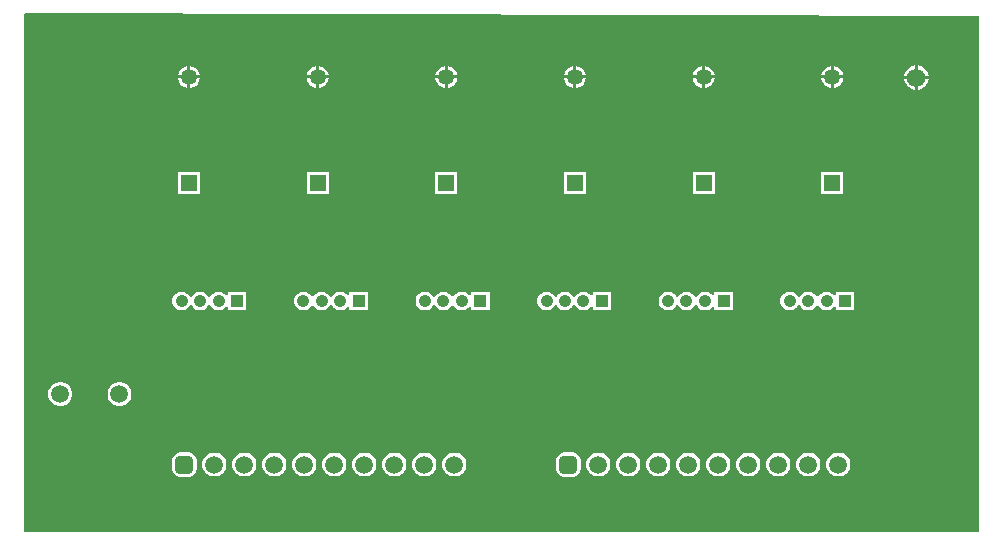
<source format=gbl>
G04*
G04 #@! TF.GenerationSoftware,Altium Limited,Altium Designer,23.10.1 (27)*
G04*
G04 Layer_Physical_Order=2*
G04 Layer_Color=16711680*
%FSLAX44Y44*%
%MOMM*%
G71*
G04*
G04 #@! TF.SameCoordinates,EF3A79F6-4BF0-4314-9102-79B481C5C986*
G04*
G04*
G04 #@! TF.FilePolarity,Positive*
G04*
G01*
G75*
%ADD18C,1.5700*%
%ADD22C,1.0700*%
%ADD23R,1.0700X1.0700*%
%ADD24C,1.5200*%
G04:AMPARAMS|DCode=25|XSize=1.52mm|YSize=1.52mm|CornerRadius=0.38mm|HoleSize=0mm|Usage=FLASHONLY|Rotation=0.000|XOffset=0mm|YOffset=0mm|HoleType=Round|Shape=RoundedRectangle|*
%AMROUNDEDRECTD25*
21,1,1.5200,0.7600,0,0,0.0*
21,1,0.7600,1.5200,0,0,0.0*
1,1,0.7600,0.3800,-0.3800*
1,1,0.7600,-0.3800,-0.3800*
1,1,0.7600,-0.3800,0.3800*
1,1,0.7600,0.3800,0.3800*
%
%ADD25ROUNDEDRECTD25*%
%ADD26R,1.3500X1.3500*%
%ADD27C,1.3500*%
%ADD28C,1.5080*%
G36*
X1419860Y909320D02*
Y472440D01*
X610870D01*
Y910960D01*
X611769Y911857D01*
X1419860Y909320D01*
D02*
G37*
%LPC*%
G36*
X1296670Y867077D02*
Y859070D01*
X1304677D01*
X1304057Y861386D01*
X1302834Y863504D01*
X1301104Y865234D01*
X1298986Y866457D01*
X1296670Y867077D01*
D02*
G37*
G36*
X1187704D02*
Y859070D01*
X1195711D01*
X1195091Y861386D01*
X1193868Y863504D01*
X1192138Y865234D01*
X1190020Y866457D01*
X1187704Y867077D01*
D02*
G37*
G36*
X1078738D02*
Y859070D01*
X1086745D01*
X1086125Y861386D01*
X1084902Y863504D01*
X1083172Y865234D01*
X1081054Y866457D01*
X1078738Y867077D01*
D02*
G37*
G36*
X969772D02*
Y859070D01*
X977779D01*
X977159Y861386D01*
X975936Y863504D01*
X974206Y865234D01*
X972088Y866457D01*
X969772Y867077D01*
D02*
G37*
G36*
X860806D02*
Y859070D01*
X868813D01*
X868193Y861386D01*
X866970Y863504D01*
X865240Y865234D01*
X863122Y866457D01*
X860806Y867077D01*
D02*
G37*
G36*
X751840D02*
Y859070D01*
X759847D01*
X759227Y861386D01*
X758004Y863504D01*
X756274Y865234D01*
X754156Y866457D01*
X751840Y867077D01*
D02*
G37*
G36*
X1294130Y867077D02*
X1291814Y866457D01*
X1289696Y865234D01*
X1287966Y863504D01*
X1286743Y861386D01*
X1286123Y859070D01*
X1294130D01*
Y867077D01*
D02*
G37*
G36*
X1076198D02*
X1073882Y866457D01*
X1071764Y865234D01*
X1070034Y863504D01*
X1068811Y861386D01*
X1068191Y859070D01*
X1076198D01*
Y867077D01*
D02*
G37*
G36*
X967232D02*
X964916Y866457D01*
X962798Y865234D01*
X961068Y863504D01*
X959845Y861386D01*
X959225Y859070D01*
X967232D01*
Y867077D01*
D02*
G37*
G36*
X858266D02*
X855950Y866457D01*
X853832Y865234D01*
X852102Y863504D01*
X850879Y861386D01*
X850259Y859070D01*
X858266D01*
Y867077D01*
D02*
G37*
G36*
X1185164D02*
X1182848Y866457D01*
X1180730Y865234D01*
X1179000Y863504D01*
X1177777Y861386D01*
X1177157Y859070D01*
X1185164D01*
Y867077D01*
D02*
G37*
G36*
X749300D02*
X746984Y866457D01*
X744866Y865234D01*
X743136Y863504D01*
X741913Y861386D01*
X741293Y859070D01*
X749300D01*
Y867077D01*
D02*
G37*
G36*
X1367888Y867640D02*
X1367790D01*
Y858520D01*
X1376910D01*
Y858618D01*
X1376202Y861260D01*
X1374834Y863630D01*
X1372900Y865564D01*
X1370530Y866932D01*
X1367888Y867640D01*
D02*
G37*
G36*
X1365250D02*
X1365152D01*
X1362510Y866932D01*
X1360140Y865564D01*
X1358206Y863630D01*
X1356838Y861260D01*
X1356130Y858618D01*
Y858520D01*
X1365250D01*
Y867640D01*
D02*
G37*
G36*
X1195711Y856530D02*
X1187704D01*
Y848523D01*
X1190020Y849143D01*
X1192138Y850366D01*
X1193868Y852096D01*
X1195091Y854214D01*
X1195711Y856530D01*
D02*
G37*
G36*
X868813D02*
X860806D01*
Y848523D01*
X863122Y849143D01*
X865240Y850366D01*
X866970Y852096D01*
X868193Y854214D01*
X868813Y856530D01*
D02*
G37*
G36*
X1304677D02*
X1296670D01*
Y848523D01*
X1298986Y849143D01*
X1301104Y850366D01*
X1302834Y852096D01*
X1304057Y854214D01*
X1304677Y856530D01*
D02*
G37*
G36*
X1086745D02*
X1078738D01*
Y848523D01*
X1081054Y849143D01*
X1083172Y850366D01*
X1084902Y852096D01*
X1086125Y854214D01*
X1086745Y856530D01*
D02*
G37*
G36*
X977779D02*
X969772D01*
Y848523D01*
X972088Y849143D01*
X974206Y850366D01*
X975936Y852096D01*
X977159Y854214D01*
X977779Y856530D01*
D02*
G37*
G36*
X759847D02*
X751840D01*
Y848523D01*
X754156Y849143D01*
X756274Y850366D01*
X758004Y852096D01*
X759227Y854214D01*
X759847Y856530D01*
D02*
G37*
G36*
X1294130D02*
X1286123D01*
X1286743Y854214D01*
X1287966Y852096D01*
X1289696Y850366D01*
X1291814Y849143D01*
X1294130Y848523D01*
Y856530D01*
D02*
G37*
G36*
X1076198D02*
X1068191D01*
X1068811Y854214D01*
X1070034Y852096D01*
X1071764Y850366D01*
X1073882Y849143D01*
X1076198Y848523D01*
Y856530D01*
D02*
G37*
G36*
X967232D02*
X959225D01*
X959845Y854214D01*
X961068Y852096D01*
X962798Y850366D01*
X964916Y849143D01*
X967232Y848523D01*
Y856530D01*
D02*
G37*
G36*
X749300D02*
X741293D01*
X741913Y854214D01*
X743136Y852096D01*
X744866Y850366D01*
X746984Y849143D01*
X749300Y848523D01*
Y856530D01*
D02*
G37*
G36*
X1185164D02*
X1177157D01*
X1177777Y854214D01*
X1179000Y852096D01*
X1180730Y850366D01*
X1182848Y849143D01*
X1185164Y848523D01*
Y856530D01*
D02*
G37*
G36*
X858266D02*
X850259D01*
X850879Y854214D01*
X852102Y852096D01*
X853832Y850366D01*
X855950Y849143D01*
X858266Y848523D01*
Y856530D01*
D02*
G37*
G36*
X1376910Y855980D02*
X1367790D01*
Y846860D01*
X1367888D01*
X1370530Y847568D01*
X1372900Y848936D01*
X1374834Y850870D01*
X1376202Y853240D01*
X1376910Y855882D01*
Y855980D01*
D02*
G37*
G36*
X1365250D02*
X1356130D01*
Y855882D01*
X1356838Y853240D01*
X1358206Y850870D01*
X1360140Y848936D01*
X1362510Y847568D01*
X1365152Y846860D01*
X1365250D01*
Y855980D01*
D02*
G37*
G36*
X1304690Y777090D02*
X1286110D01*
Y758510D01*
X1304690D01*
Y777090D01*
D02*
G37*
G36*
X1195724D02*
X1177144D01*
Y758510D01*
X1195724D01*
Y777090D01*
D02*
G37*
G36*
X1086758D02*
X1068178D01*
Y758510D01*
X1086758D01*
Y777090D01*
D02*
G37*
G36*
X977792D02*
X959212D01*
Y758510D01*
X977792D01*
Y777090D01*
D02*
G37*
G36*
X868826D02*
X850246D01*
Y758510D01*
X868826D01*
Y777090D01*
D02*
G37*
G36*
X759860D02*
X741280D01*
Y758510D01*
X759860D01*
Y777090D01*
D02*
G37*
G36*
X1314085Y675910D02*
X1298305D01*
Y672950D01*
X1297035Y672609D01*
X1296888Y672865D01*
X1295419Y674334D01*
X1293619Y675372D01*
X1291613Y675910D01*
X1289535D01*
X1287529Y675372D01*
X1285729Y674334D01*
X1284260Y672865D01*
X1283407Y671386D01*
X1282934Y671263D01*
X1282466D01*
X1281993Y671386D01*
X1281140Y672865D01*
X1279670Y674334D01*
X1277871Y675372D01*
X1275865Y675910D01*
X1273787D01*
X1271780Y675372D01*
X1269981Y674334D01*
X1268512Y672865D01*
X1267794Y671621D01*
X1266363D01*
X1265646Y672865D01*
X1264176Y674334D01*
X1262377Y675372D01*
X1260371Y675910D01*
X1258293D01*
X1256286Y675372D01*
X1254487Y674334D01*
X1253018Y672865D01*
X1251980Y671065D01*
X1251442Y669059D01*
Y666981D01*
X1251980Y664975D01*
X1253018Y663175D01*
X1254487Y661706D01*
X1256286Y660668D01*
X1258293Y660130D01*
X1260371D01*
X1262377Y660668D01*
X1264176Y661706D01*
X1265646Y663175D01*
X1266363Y664419D01*
X1267794D01*
X1268512Y663175D01*
X1269981Y661706D01*
X1271780Y660668D01*
X1273787Y660130D01*
X1275865D01*
X1277871Y660668D01*
X1279670Y661706D01*
X1281140Y663175D01*
X1281993Y664653D01*
X1282466Y664777D01*
X1282934D01*
X1283407Y664653D01*
X1284260Y663175D01*
X1285729Y661706D01*
X1287529Y660668D01*
X1289535Y660130D01*
X1291613D01*
X1293619Y660668D01*
X1295419Y661706D01*
X1296888Y663175D01*
X1297035Y663431D01*
X1298305Y663091D01*
Y660130D01*
X1314085D01*
Y675910D01*
D02*
G37*
G36*
X1211113D02*
X1195333D01*
Y672950D01*
X1194063Y672609D01*
X1193916Y672865D01*
X1192447Y674334D01*
X1190648Y675372D01*
X1188641Y675910D01*
X1186563D01*
X1184557Y675372D01*
X1182758Y674334D01*
X1181289Y672865D01*
X1180435Y671386D01*
X1179963Y671263D01*
X1179494D01*
X1179021Y671386D01*
X1178168Y672865D01*
X1176699Y674334D01*
X1174900Y675372D01*
X1172893Y675910D01*
X1170816D01*
X1168809Y675372D01*
X1167010Y674334D01*
X1165541Y672865D01*
X1164823Y671621D01*
X1163392D01*
X1162674Y672865D01*
X1161205Y674334D01*
X1159406Y675372D01*
X1157399Y675910D01*
X1155322D01*
X1153315Y675372D01*
X1151516Y674334D01*
X1150047Y672865D01*
X1149008Y671065D01*
X1148470Y669059D01*
Y666981D01*
X1149008Y664975D01*
X1150047Y663175D01*
X1151516Y661706D01*
X1153315Y660668D01*
X1155322Y660130D01*
X1157399D01*
X1159406Y660668D01*
X1161205Y661706D01*
X1162674Y663175D01*
X1163392Y664419D01*
X1164823D01*
X1165541Y663175D01*
X1167010Y661706D01*
X1168809Y660668D01*
X1170816Y660130D01*
X1172893D01*
X1174900Y660668D01*
X1176699Y661706D01*
X1178168Y663175D01*
X1179021Y664653D01*
X1179494Y664777D01*
X1179963D01*
X1180435Y664653D01*
X1181289Y663175D01*
X1182758Y661706D01*
X1184557Y660668D01*
X1186563Y660130D01*
X1188641D01*
X1190648Y660668D01*
X1192447Y661706D01*
X1193916Y663175D01*
X1194063Y663431D01*
X1195333Y663091D01*
Y660130D01*
X1211113D01*
Y675910D01*
D02*
G37*
G36*
X1005170D02*
X989390D01*
Y672950D01*
X988120Y672609D01*
X987972Y672865D01*
X986504Y674334D01*
X984704Y675372D01*
X982698Y675910D01*
X980620D01*
X978614Y675372D01*
X976814Y674334D01*
X975345Y672865D01*
X974492Y671386D01*
X974019Y671263D01*
X973551D01*
X973078Y671386D01*
X972225Y672865D01*
X970755Y674334D01*
X968956Y675372D01*
X966950Y675910D01*
X964872D01*
X962866Y675372D01*
X961066Y674334D01*
X959597Y672865D01*
X958879Y671621D01*
X957448D01*
X956730Y672865D01*
X955262Y674334D01*
X953462Y675372D01*
X951456Y675910D01*
X949378D01*
X947372Y675372D01*
X945572Y674334D01*
X944103Y672865D01*
X943065Y671065D01*
X942527Y669059D01*
Y666981D01*
X943065Y664975D01*
X944103Y663175D01*
X945572Y661706D01*
X947372Y660668D01*
X949378Y660130D01*
X951456D01*
X953462Y660668D01*
X955262Y661706D01*
X956730Y663175D01*
X957448Y664419D01*
X958879D01*
X959597Y663175D01*
X961066Y661706D01*
X962866Y660668D01*
X964872Y660130D01*
X966950D01*
X968956Y660668D01*
X970755Y661706D01*
X972225Y663175D01*
X973078Y664653D01*
X973551Y664777D01*
X974019D01*
X974492Y664653D01*
X975345Y663175D01*
X976814Y661706D01*
X978614Y660668D01*
X980620Y660130D01*
X982698D01*
X984704Y660668D01*
X986504Y661706D01*
X987972Y663175D01*
X988120Y663431D01*
X989390Y663091D01*
Y660130D01*
X1005170D01*
Y675910D01*
D02*
G37*
G36*
X902198D02*
X886418D01*
Y672950D01*
X885148Y672609D01*
X885001Y672865D01*
X883532Y674334D01*
X881733Y675372D01*
X879726Y675910D01*
X877649D01*
X875642Y675372D01*
X873843Y674334D01*
X872374Y672865D01*
X871520Y671386D01*
X871048Y671263D01*
X870579D01*
X870106Y671386D01*
X869253Y672865D01*
X867784Y674334D01*
X865985Y675372D01*
X863978Y675910D01*
X861901D01*
X859894Y675372D01*
X858095Y674334D01*
X856626Y672865D01*
X855908Y671621D01*
X854477D01*
X853759Y672865D01*
X852290Y674334D01*
X850491Y675372D01*
X848484Y675910D01*
X846407D01*
X844400Y675372D01*
X842601Y674334D01*
X841132Y672865D01*
X840093Y671065D01*
X839555Y669059D01*
Y666981D01*
X840093Y664975D01*
X841132Y663175D01*
X842601Y661706D01*
X844400Y660668D01*
X846407Y660130D01*
X848484D01*
X850491Y660668D01*
X852290Y661706D01*
X853759Y663175D01*
X854477Y664419D01*
X855908D01*
X856626Y663175D01*
X858095Y661706D01*
X859894Y660668D01*
X861901Y660130D01*
X863978D01*
X865985Y660668D01*
X867784Y661706D01*
X869253Y663175D01*
X870106Y664653D01*
X870579Y664777D01*
X871048D01*
X871520Y664653D01*
X872374Y663175D01*
X873843Y661706D01*
X875642Y660668D01*
X877649Y660130D01*
X879726D01*
X881733Y660668D01*
X883532Y661706D01*
X885001Y663175D01*
X885148Y663431D01*
X886418Y663091D01*
Y660130D01*
X902198D01*
Y675910D01*
D02*
G37*
G36*
X799227D02*
X783447D01*
Y672950D01*
X782177Y672609D01*
X782029Y672865D01*
X780560Y674334D01*
X778761Y675372D01*
X776754Y675910D01*
X774677D01*
X772670Y675372D01*
X770871Y674334D01*
X769402Y672865D01*
X768549Y671386D01*
X768076Y671263D01*
X767607D01*
X767135Y671386D01*
X766281Y672865D01*
X764812Y674334D01*
X763013Y675372D01*
X761006Y675910D01*
X758929D01*
X756922Y675372D01*
X755123Y674334D01*
X753654Y672865D01*
X752936Y671621D01*
X751505D01*
X750787Y672865D01*
X749318Y674334D01*
X747519Y675372D01*
X745512Y675910D01*
X743435D01*
X741428Y675372D01*
X739629Y674334D01*
X738160Y672865D01*
X737121Y671065D01*
X736584Y669059D01*
Y666981D01*
X737121Y664975D01*
X738160Y663175D01*
X739629Y661706D01*
X741428Y660668D01*
X743435Y660130D01*
X745512D01*
X747519Y660668D01*
X749318Y661706D01*
X750787Y663175D01*
X751505Y664419D01*
X752936D01*
X753654Y663175D01*
X755123Y661706D01*
X756922Y660668D01*
X758929Y660130D01*
X761006D01*
X763013Y660668D01*
X764812Y661706D01*
X766281Y663175D01*
X767135Y664653D01*
X767607Y664777D01*
X768076D01*
X768549Y664653D01*
X769402Y663175D01*
X770871Y661706D01*
X772670Y660668D01*
X774677Y660130D01*
X776754D01*
X778761Y660668D01*
X780560Y661706D01*
X782029Y663175D01*
X782177Y663431D01*
X783447Y663091D01*
Y660130D01*
X799227D01*
Y675910D01*
D02*
G37*
G36*
X1108142D02*
X1092362D01*
Y672950D01*
X1091092Y672609D01*
X1090944Y672865D01*
X1089475Y674334D01*
X1087676Y675372D01*
X1085669Y675910D01*
X1083592D01*
X1081585Y675372D01*
X1079786Y674334D01*
X1078317Y672865D01*
X1077464Y671386D01*
X1076991Y671263D01*
X1076522D01*
X1076049Y671386D01*
X1075196Y672865D01*
X1073727Y674334D01*
X1071928Y675372D01*
X1069921Y675910D01*
X1067844D01*
X1065837Y675372D01*
X1064038Y674334D01*
X1062569Y672865D01*
X1061851Y671621D01*
X1060420D01*
X1059702Y672865D01*
X1058233Y674334D01*
X1056434Y675372D01*
X1054427Y675910D01*
X1052350D01*
X1050343Y675372D01*
X1048544Y674334D01*
X1047075Y672865D01*
X1046036Y671065D01*
X1045499Y669059D01*
Y666981D01*
X1046036Y664975D01*
X1047075Y663175D01*
X1048544Y661706D01*
X1050343Y660668D01*
X1052350Y660130D01*
X1054427D01*
X1056434Y660668D01*
X1058233Y661706D01*
X1059702Y663175D01*
X1060420Y664419D01*
X1061851D01*
X1062569Y663175D01*
X1064038Y661706D01*
X1065837Y660668D01*
X1067844Y660130D01*
X1069921D01*
X1071928Y660668D01*
X1073727Y661706D01*
X1075196Y663175D01*
X1076049Y664653D01*
X1076522Y664777D01*
X1076991D01*
X1077464Y664653D01*
X1078317Y663175D01*
X1079786Y661706D01*
X1081585Y660668D01*
X1083592Y660130D01*
X1085669D01*
X1087676Y660668D01*
X1089475Y661706D01*
X1090944Y663175D01*
X1091092Y663431D01*
X1092362Y663091D01*
Y660130D01*
X1108142D01*
Y675910D01*
D02*
G37*
G36*
X693077Y599360D02*
X690423D01*
X687859Y598673D01*
X685561Y597346D01*
X683684Y595469D01*
X682357Y593171D01*
X681670Y590607D01*
Y587953D01*
X682357Y585389D01*
X683684Y583091D01*
X685561Y581214D01*
X687859Y579887D01*
X690423Y579200D01*
X693077D01*
X695641Y579887D01*
X697939Y581214D01*
X699816Y583091D01*
X701143Y585389D01*
X701830Y587953D01*
Y590607D01*
X701143Y593171D01*
X699816Y595469D01*
X697939Y597346D01*
X695641Y598673D01*
X693077Y599360D01*
D02*
G37*
G36*
X643077D02*
X640423D01*
X637859Y598673D01*
X635561Y597346D01*
X633684Y595469D01*
X632357Y593171D01*
X631670Y590607D01*
Y587953D01*
X632357Y585389D01*
X633684Y583091D01*
X635561Y581214D01*
X637859Y579887D01*
X640423Y579200D01*
X643077D01*
X645641Y579887D01*
X647939Y581214D01*
X649816Y583091D01*
X651143Y585389D01*
X651830Y587953D01*
Y590607D01*
X651143Y593171D01*
X649816Y595469D01*
X647939Y597346D01*
X645641Y598673D01*
X643077Y599360D01*
D02*
G37*
G36*
X1301815Y539730D02*
X1299145D01*
X1296566Y539039D01*
X1294254Y537704D01*
X1292366Y535816D01*
X1291031Y533504D01*
X1290340Y530925D01*
Y528255D01*
X1291031Y525676D01*
X1292366Y523364D01*
X1294254Y521476D01*
X1296566Y520141D01*
X1299145Y519450D01*
X1301815D01*
X1304394Y520141D01*
X1306706Y521476D01*
X1308594Y523364D01*
X1309929Y525676D01*
X1310620Y528255D01*
Y530925D01*
X1309929Y533504D01*
X1308594Y535816D01*
X1306706Y537704D01*
X1304394Y539039D01*
X1301815Y539730D01*
D02*
G37*
G36*
X1276415D02*
X1273745D01*
X1271166Y539039D01*
X1268854Y537704D01*
X1266966Y535816D01*
X1265631Y533504D01*
X1264940Y530925D01*
Y528255D01*
X1265631Y525676D01*
X1266966Y523364D01*
X1268854Y521476D01*
X1271166Y520141D01*
X1273745Y519450D01*
X1276415D01*
X1278994Y520141D01*
X1281306Y521476D01*
X1283194Y523364D01*
X1284529Y525676D01*
X1285220Y528255D01*
Y530925D01*
X1284529Y533504D01*
X1283194Y535816D01*
X1281306Y537704D01*
X1278994Y539039D01*
X1276415Y539730D01*
D02*
G37*
G36*
X1251015D02*
X1248345D01*
X1245766Y539039D01*
X1243454Y537704D01*
X1241566Y535816D01*
X1240231Y533504D01*
X1239540Y530925D01*
Y528255D01*
X1240231Y525676D01*
X1241566Y523364D01*
X1243454Y521476D01*
X1245766Y520141D01*
X1248345Y519450D01*
X1251015D01*
X1253594Y520141D01*
X1255906Y521476D01*
X1257794Y523364D01*
X1259129Y525676D01*
X1259820Y528255D01*
Y530925D01*
X1259129Y533504D01*
X1257794Y535816D01*
X1255906Y537704D01*
X1253594Y539039D01*
X1251015Y539730D01*
D02*
G37*
G36*
X1225615D02*
X1222945D01*
X1220366Y539039D01*
X1218054Y537704D01*
X1216166Y535816D01*
X1214831Y533504D01*
X1214140Y530925D01*
Y528255D01*
X1214831Y525676D01*
X1216166Y523364D01*
X1218054Y521476D01*
X1220366Y520141D01*
X1222945Y519450D01*
X1225615D01*
X1228194Y520141D01*
X1230506Y521476D01*
X1232394Y523364D01*
X1233729Y525676D01*
X1234420Y528255D01*
Y530925D01*
X1233729Y533504D01*
X1232394Y535816D01*
X1230506Y537704D01*
X1228194Y539039D01*
X1225615Y539730D01*
D02*
G37*
G36*
X1200215D02*
X1197545D01*
X1194966Y539039D01*
X1192654Y537704D01*
X1190766Y535816D01*
X1189431Y533504D01*
X1188740Y530925D01*
Y528255D01*
X1189431Y525676D01*
X1190766Y523364D01*
X1192654Y521476D01*
X1194966Y520141D01*
X1197545Y519450D01*
X1200215D01*
X1202794Y520141D01*
X1205106Y521476D01*
X1206994Y523364D01*
X1208329Y525676D01*
X1209020Y528255D01*
Y530925D01*
X1208329Y533504D01*
X1206994Y535816D01*
X1205106Y537704D01*
X1202794Y539039D01*
X1200215Y539730D01*
D02*
G37*
G36*
X1174815D02*
X1172145D01*
X1169566Y539039D01*
X1167254Y537704D01*
X1165366Y535816D01*
X1164031Y533504D01*
X1163340Y530925D01*
Y528255D01*
X1164031Y525676D01*
X1165366Y523364D01*
X1167254Y521476D01*
X1169566Y520141D01*
X1172145Y519450D01*
X1174815D01*
X1177394Y520141D01*
X1179706Y521476D01*
X1181594Y523364D01*
X1182929Y525676D01*
X1183620Y528255D01*
Y530925D01*
X1182929Y533504D01*
X1181594Y535816D01*
X1179706Y537704D01*
X1177394Y539039D01*
X1174815Y539730D01*
D02*
G37*
G36*
X1149415D02*
X1146745D01*
X1144166Y539039D01*
X1141854Y537704D01*
X1139966Y535816D01*
X1138631Y533504D01*
X1137940Y530925D01*
Y528255D01*
X1138631Y525676D01*
X1139966Y523364D01*
X1141854Y521476D01*
X1144166Y520141D01*
X1146745Y519450D01*
X1149415D01*
X1151994Y520141D01*
X1154306Y521476D01*
X1156194Y523364D01*
X1157529Y525676D01*
X1158220Y528255D01*
Y530925D01*
X1157529Y533504D01*
X1156194Y535816D01*
X1154306Y537704D01*
X1151994Y539039D01*
X1149415Y539730D01*
D02*
G37*
G36*
X1124015D02*
X1121345D01*
X1118766Y539039D01*
X1116454Y537704D01*
X1114566Y535816D01*
X1113231Y533504D01*
X1112540Y530925D01*
Y528255D01*
X1113231Y525676D01*
X1114566Y523364D01*
X1116454Y521476D01*
X1118766Y520141D01*
X1121345Y519450D01*
X1124015D01*
X1126594Y520141D01*
X1128906Y521476D01*
X1130794Y523364D01*
X1132129Y525676D01*
X1132820Y528255D01*
Y530925D01*
X1132129Y533504D01*
X1130794Y535816D01*
X1128906Y537704D01*
X1126594Y539039D01*
X1124015Y539730D01*
D02*
G37*
G36*
X1098615D02*
X1095945D01*
X1093366Y539039D01*
X1091054Y537704D01*
X1089166Y535816D01*
X1087831Y533504D01*
X1087140Y530925D01*
Y528255D01*
X1087831Y525676D01*
X1089166Y523364D01*
X1091054Y521476D01*
X1093366Y520141D01*
X1095945Y519450D01*
X1098615D01*
X1101194Y520141D01*
X1103506Y521476D01*
X1105394Y523364D01*
X1106729Y525676D01*
X1107420Y528255D01*
Y530925D01*
X1106729Y533504D01*
X1105394Y535816D01*
X1103506Y537704D01*
X1101194Y539039D01*
X1098615Y539730D01*
D02*
G37*
G36*
X976695D02*
X974025D01*
X971446Y539039D01*
X969134Y537704D01*
X967246Y535816D01*
X965911Y533504D01*
X965220Y530925D01*
Y528255D01*
X965911Y525676D01*
X967246Y523364D01*
X969134Y521476D01*
X971446Y520141D01*
X974025Y519450D01*
X976695D01*
X979274Y520141D01*
X981586Y521476D01*
X983474Y523364D01*
X984809Y525676D01*
X985500Y528255D01*
Y530925D01*
X984809Y533504D01*
X983474Y535816D01*
X981586Y537704D01*
X979274Y539039D01*
X976695Y539730D01*
D02*
G37*
G36*
X951295D02*
X948625D01*
X946046Y539039D01*
X943734Y537704D01*
X941846Y535816D01*
X940511Y533504D01*
X939820Y530925D01*
Y528255D01*
X940511Y525676D01*
X941846Y523364D01*
X943734Y521476D01*
X946046Y520141D01*
X948625Y519450D01*
X951295D01*
X953874Y520141D01*
X956186Y521476D01*
X958074Y523364D01*
X959409Y525676D01*
X960100Y528255D01*
Y530925D01*
X959409Y533504D01*
X958074Y535816D01*
X956186Y537704D01*
X953874Y539039D01*
X951295Y539730D01*
D02*
G37*
G36*
X925895D02*
X923225D01*
X920646Y539039D01*
X918334Y537704D01*
X916446Y535816D01*
X915111Y533504D01*
X914420Y530925D01*
Y528255D01*
X915111Y525676D01*
X916446Y523364D01*
X918334Y521476D01*
X920646Y520141D01*
X923225Y519450D01*
X925895D01*
X928474Y520141D01*
X930786Y521476D01*
X932674Y523364D01*
X934009Y525676D01*
X934700Y528255D01*
Y530925D01*
X934009Y533504D01*
X932674Y535816D01*
X930786Y537704D01*
X928474Y539039D01*
X925895Y539730D01*
D02*
G37*
G36*
X900495D02*
X897825D01*
X895246Y539039D01*
X892934Y537704D01*
X891046Y535816D01*
X889711Y533504D01*
X889020Y530925D01*
Y528255D01*
X889711Y525676D01*
X891046Y523364D01*
X892934Y521476D01*
X895246Y520141D01*
X897825Y519450D01*
X900495D01*
X903074Y520141D01*
X905386Y521476D01*
X907274Y523364D01*
X908609Y525676D01*
X909300Y528255D01*
Y530925D01*
X908609Y533504D01*
X907274Y535816D01*
X905386Y537704D01*
X903074Y539039D01*
X900495Y539730D01*
D02*
G37*
G36*
X875095D02*
X872425D01*
X869846Y539039D01*
X867534Y537704D01*
X865646Y535816D01*
X864311Y533504D01*
X863620Y530925D01*
Y528255D01*
X864311Y525676D01*
X865646Y523364D01*
X867534Y521476D01*
X869846Y520141D01*
X872425Y519450D01*
X875095D01*
X877674Y520141D01*
X879986Y521476D01*
X881874Y523364D01*
X883209Y525676D01*
X883900Y528255D01*
Y530925D01*
X883209Y533504D01*
X881874Y535816D01*
X879986Y537704D01*
X877674Y539039D01*
X875095Y539730D01*
D02*
G37*
G36*
X849695D02*
X847025D01*
X844446Y539039D01*
X842134Y537704D01*
X840246Y535816D01*
X838911Y533504D01*
X838220Y530925D01*
Y528255D01*
X838911Y525676D01*
X840246Y523364D01*
X842134Y521476D01*
X844446Y520141D01*
X847025Y519450D01*
X849695D01*
X852274Y520141D01*
X854586Y521476D01*
X856474Y523364D01*
X857809Y525676D01*
X858500Y528255D01*
Y530925D01*
X857809Y533504D01*
X856474Y535816D01*
X854586Y537704D01*
X852274Y539039D01*
X849695Y539730D01*
D02*
G37*
G36*
X824295D02*
X821625D01*
X819046Y539039D01*
X816734Y537704D01*
X814846Y535816D01*
X813511Y533504D01*
X812820Y530925D01*
Y528255D01*
X813511Y525676D01*
X814846Y523364D01*
X816734Y521476D01*
X819046Y520141D01*
X821625Y519450D01*
X824295D01*
X826874Y520141D01*
X829186Y521476D01*
X831074Y523364D01*
X832409Y525676D01*
X833100Y528255D01*
Y530925D01*
X832409Y533504D01*
X831074Y535816D01*
X829186Y537704D01*
X826874Y539039D01*
X824295Y539730D01*
D02*
G37*
G36*
X798895D02*
X796225D01*
X793646Y539039D01*
X791334Y537704D01*
X789446Y535816D01*
X788111Y533504D01*
X787420Y530925D01*
Y528255D01*
X788111Y525676D01*
X789446Y523364D01*
X791334Y521476D01*
X793646Y520141D01*
X796225Y519450D01*
X798895D01*
X801474Y520141D01*
X803786Y521476D01*
X805674Y523364D01*
X807009Y525676D01*
X807700Y528255D01*
Y530925D01*
X807009Y533504D01*
X805674Y535816D01*
X803786Y537704D01*
X801474Y539039D01*
X798895Y539730D01*
D02*
G37*
G36*
X773495D02*
X770825D01*
X768246Y539039D01*
X765934Y537704D01*
X764046Y535816D01*
X762711Y533504D01*
X762020Y530925D01*
Y528255D01*
X762711Y525676D01*
X764046Y523364D01*
X765934Y521476D01*
X768246Y520141D01*
X770825Y519450D01*
X773495D01*
X776074Y520141D01*
X778386Y521476D01*
X780274Y523364D01*
X781609Y525676D01*
X782300Y528255D01*
Y530925D01*
X781609Y533504D01*
X780274Y535816D01*
X778386Y537704D01*
X776074Y539039D01*
X773495Y539730D01*
D02*
G37*
G36*
X1075680Y539854D02*
X1068080D01*
X1065606Y539362D01*
X1063509Y537961D01*
X1062108Y535864D01*
X1061616Y533390D01*
Y525790D01*
X1062108Y523316D01*
X1063509Y521219D01*
X1065606Y519818D01*
X1068080Y519326D01*
X1075680D01*
X1078154Y519818D01*
X1080251Y521219D01*
X1081652Y523316D01*
X1082144Y525790D01*
Y533390D01*
X1081652Y535864D01*
X1080251Y537961D01*
X1078154Y539362D01*
X1075680Y539854D01*
D02*
G37*
G36*
X750560D02*
X742960D01*
X740486Y539362D01*
X738389Y537961D01*
X736988Y535864D01*
X736496Y533390D01*
Y525790D01*
X736988Y523316D01*
X738389Y521219D01*
X740486Y519818D01*
X742960Y519326D01*
X750560D01*
X753034Y519818D01*
X755131Y521219D01*
X756532Y523316D01*
X757024Y525790D01*
Y533390D01*
X756532Y535864D01*
X755131Y537961D01*
X753034Y539362D01*
X750560Y539854D01*
D02*
G37*
%LPD*%
D18*
X1366520Y857250D02*
D03*
D22*
X950417Y668020D02*
D03*
X981659D02*
D03*
X965911D02*
D03*
X1274826D02*
D03*
X1290574D02*
D03*
X1259332D02*
D03*
X1156360D02*
D03*
X1187602D02*
D03*
X1171854D02*
D03*
X862939D02*
D03*
X878687D02*
D03*
X847445D02*
D03*
X1053389D02*
D03*
X1084631D02*
D03*
X1068883D02*
D03*
X759968D02*
D03*
X775716D02*
D03*
X744474D02*
D03*
D23*
X997280D02*
D03*
X1306195D02*
D03*
X1203223D02*
D03*
X894308D02*
D03*
X1100252D02*
D03*
X791337D02*
D03*
D24*
X975360Y529590D02*
D03*
X949960D02*
D03*
X924560D02*
D03*
X873760D02*
D03*
X848360D02*
D03*
X822960D02*
D03*
X772160D02*
D03*
X797560D02*
D03*
X899160D02*
D03*
X1300480D02*
D03*
X1275080D02*
D03*
X1249680D02*
D03*
X1198880D02*
D03*
X1173480D02*
D03*
X1148080D02*
D03*
X1097280D02*
D03*
X1122680D02*
D03*
X1224280D02*
D03*
D25*
X746760D02*
D03*
X1071880D02*
D03*
D26*
X750570Y767800D02*
D03*
X1077468D02*
D03*
X859536D02*
D03*
X1186434D02*
D03*
X1295400D02*
D03*
X968502D02*
D03*
D27*
X750570Y857800D02*
D03*
X1077468D02*
D03*
X859536D02*
D03*
X1186434D02*
D03*
X1295400D02*
D03*
X968502D02*
D03*
D28*
X641750Y589280D02*
D03*
X691750D02*
D03*
M02*

</source>
